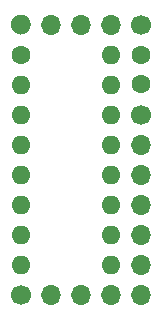
<source format=gbr>
%TF.GenerationSoftware,KiCad,Pcbnew,5.1.10*%
%TF.CreationDate,2021-08-19T15:46:26+12:00*%
%TF.ProjectId,74HC365_breakout,37344843-3336-4355-9f62-7265616b6f75,rev?*%
%TF.SameCoordinates,Original*%
%TF.FileFunction,Soldermask,Bot*%
%TF.FilePolarity,Negative*%
%FSLAX46Y46*%
G04 Gerber Fmt 4.6, Leading zero omitted, Abs format (unit mm)*
G04 Created by KiCad (PCBNEW 5.1.10) date 2021-08-19 15:46:26*
%MOMM*%
%LPD*%
G01*
G04 APERTURE LIST*
%ADD10C,1.600000*%
%ADD11O,1.600000X1.600000*%
%ADD12O,1.700000X1.700000*%
%ADD13C,1.700000*%
G04 APERTURE END LIST*
D10*
%TO.C,C1*%
X137160000Y-91400000D03*
X137160000Y-88900000D03*
%TD*%
%TO.C,U1*%
X127000000Y-88900000D03*
D11*
X134620000Y-106680000D03*
X127000000Y-91440000D03*
X134620000Y-104140000D03*
X127000000Y-93980000D03*
X134620000Y-101600000D03*
X127000000Y-96520000D03*
X134620000Y-99060000D03*
X127000000Y-99060000D03*
X134620000Y-96520000D03*
X127000000Y-101600000D03*
X134620000Y-93980000D03*
X127000000Y-104140000D03*
X134620000Y-91440000D03*
X127000000Y-106680000D03*
X134620000Y-88900000D03*
%TD*%
D12*
%TO.C,J3*%
X137160000Y-109220000D03*
X134620000Y-109220000D03*
X132080000Y-109220000D03*
X129540000Y-109220000D03*
D13*
X127000000Y-109220000D03*
%TD*%
%TO.C,J2*%
X137160000Y-86360000D03*
D12*
X134620000Y-86360000D03*
X132080000Y-86360000D03*
X129540000Y-86360000D03*
G36*
G01*
X126398959Y-86961041D02*
X126398959Y-86961041D01*
G75*
G02*
X126398959Y-85758959I601041J601041D01*
G01*
X126398959Y-85758959D01*
G75*
G02*
X127601041Y-85758959I601041J-601041D01*
G01*
X127601041Y-85758959D01*
G75*
G02*
X127601041Y-86961041I-601041J-601041D01*
G01*
X127601041Y-86961041D01*
G75*
G02*
X126398959Y-86961041I-601041J601041D01*
G01*
G37*
%TD*%
D13*
%TO.C,J1*%
X137160000Y-93980000D03*
D12*
X137160000Y-96520000D03*
X137160000Y-99060000D03*
X137160000Y-101600000D03*
X137160000Y-104140000D03*
X137160000Y-106680000D03*
%TD*%
M02*

</source>
